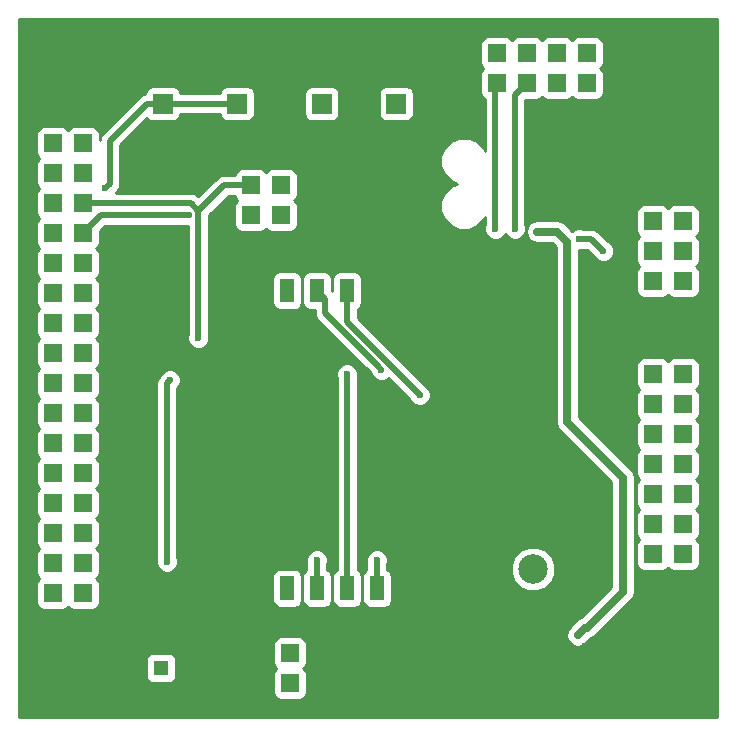
<source format=gbr>
G04 #@! TF.FileFunction,Copper,L1,Top,Signal*
%FSLAX46Y46*%
G04 Gerber Fmt 4.6, Leading zero omitted, Abs format (unit mm)*
G04 Created by KiCad (PCBNEW 4.0.1-3.201512221401+6198~38~ubuntu15.10.1-stable) date Út 19. leden 2016, 20:27:27 CET*
%MOMM*%
G01*
G04 APERTURE LIST*
%ADD10C,0.300000*%
%ADD11R,1.524000X1.524000*%
%ADD12C,2.500000*%
%ADD13C,2.700000*%
%ADD14C,6.000000*%
%ADD15R,1.676400X1.676400*%
%ADD16C,1.300000*%
%ADD17R,1.300000X1.300000*%
%ADD18C,0.600000*%
%ADD19C,0.500000*%
%ADD20C,0.700000*%
%ADD21C,0.254000*%
G04 APERTURE END LIST*
D10*
D11*
X6350000Y36830000D03*
X3810000Y36830000D03*
X6350000Y39370000D03*
X3810000Y39370000D03*
X6350000Y13970000D03*
X3810000Y13970000D03*
X6350000Y16510000D03*
X3810000Y16510000D03*
X6350000Y19050000D03*
X3810000Y19050000D03*
X6350000Y21590000D03*
X3810000Y21590000D03*
X6350000Y24130000D03*
X3810000Y24130000D03*
X6350000Y26670000D03*
X3810000Y26670000D03*
X6350000Y29210000D03*
X3810000Y29210000D03*
X6350000Y31750000D03*
X3810000Y31750000D03*
X6350000Y34290000D03*
X3810000Y34290000D03*
X23114000Y48514000D03*
X20574000Y48514000D03*
D12*
X44450000Y13462000D03*
D13*
X46990000Y10922000D03*
X41910000Y10922000D03*
X41910000Y16002000D03*
X46990000Y16002000D03*
D11*
X6350000Y11430000D03*
X3810000Y11430000D03*
X6350000Y41910000D03*
X3810000Y41910000D03*
X6350000Y44450000D03*
X3810000Y44450000D03*
X6350000Y46990000D03*
X3810000Y46990000D03*
X6350000Y49530000D03*
X3810000Y49530000D03*
X57150000Y24892000D03*
X54610000Y24892000D03*
X57150000Y27432000D03*
X54610000Y27432000D03*
X57150000Y29972000D03*
X54610000Y29972000D03*
X49022000Y57150000D03*
X49022000Y54610000D03*
X46482000Y57150000D03*
X46482000Y54610000D03*
X43942000Y57150000D03*
X43942000Y54610000D03*
X41402000Y57150000D03*
X41402000Y54610000D03*
X57150000Y14732000D03*
X54610000Y14732000D03*
X57150000Y17272000D03*
X54610000Y17272000D03*
X57150000Y19812000D03*
X54610000Y19812000D03*
X57150000Y22352000D03*
X54610000Y22352000D03*
X57150000Y40386000D03*
X54610000Y40386000D03*
X57150000Y37846000D03*
X54610000Y37846000D03*
X57150000Y42926000D03*
X54610000Y42926000D03*
X57150000Y45466000D03*
X54610000Y45466000D03*
X57150000Y35306000D03*
X54610000Y35306000D03*
D10*
G36*
X31854700Y10834800D02*
X30654700Y10834800D01*
X30654700Y12834800D01*
X31854700Y12834800D01*
X31854700Y10834800D01*
X31854700Y10834800D01*
G37*
G36*
X26774700Y10834800D02*
X25574700Y10834800D01*
X25574700Y12834800D01*
X26774700Y12834800D01*
X26774700Y10834800D01*
X26774700Y10834800D01*
G37*
G36*
X29314700Y10834800D02*
X28114700Y10834800D01*
X28114700Y12834800D01*
X29314700Y12834800D01*
X29314700Y10834800D01*
X29314700Y10834800D01*
G37*
G36*
X24234700Y10834800D02*
X23034700Y10834800D01*
X23034700Y12834800D01*
X24234700Y12834800D01*
X24234700Y10834800D01*
X24234700Y10834800D01*
G37*
G36*
X31854700Y36034800D02*
X30654700Y36034800D01*
X30654700Y38034800D01*
X31854700Y38034800D01*
X31854700Y36034800D01*
X31854700Y36034800D01*
G37*
G36*
X29314700Y36034800D02*
X28114700Y36034800D01*
X28114700Y38034800D01*
X29314700Y38034800D01*
X29314700Y36034800D01*
X29314700Y36034800D01*
G37*
G36*
X26774700Y36034800D02*
X25574700Y36034800D01*
X25574700Y38034800D01*
X26774700Y38034800D01*
X26774700Y36034800D01*
X26774700Y36034800D01*
G37*
G36*
X24234700Y36034800D02*
X23034700Y36034800D01*
X23034700Y38034800D01*
X24234700Y38034800D01*
X24234700Y36034800D01*
X24234700Y36034800D01*
G37*
D11*
X23114000Y43434000D03*
X20574000Y43434000D03*
X23114000Y45974000D03*
X20574000Y45974000D03*
X21336000Y3810000D03*
X21336000Y6350000D03*
X23876000Y3810000D03*
X23876000Y6350000D03*
X26416000Y3810000D03*
X26416000Y6350000D03*
D14*
X5080000Y55880000D03*
X55880000Y5080000D03*
X55880000Y55880000D03*
X5080000Y5080000D03*
D15*
X32868000Y57368000D03*
X32868000Y52868000D03*
X26568000Y57368000D03*
X26568000Y52868000D03*
X19406000Y57368000D03*
X19406000Y52868000D03*
X13106000Y57368000D03*
X13106000Y52868000D03*
D16*
X16454000Y5080000D03*
D17*
X12954000Y5080000D03*
D18*
X39243000Y56642000D03*
X39243000Y54229000D03*
X39878000Y52070000D03*
X39878000Y50292000D03*
X38354000Y50292000D03*
X36830000Y50292000D03*
X35179000Y49530000D03*
X53340000Y32131000D03*
X52070000Y31496000D03*
X50038000Y31496000D03*
X48641000Y31496000D03*
X48641000Y32639000D03*
X48641000Y33782000D03*
X48641000Y34925000D03*
X16891000Y51689000D03*
X17018000Y50292000D03*
X17018000Y48641000D03*
X17018000Y47117000D03*
X1524000Y53086000D03*
X1397000Y54991000D03*
X1397000Y56642000D03*
X1524000Y58293000D03*
X1651000Y59563000D03*
X3302000Y59563000D03*
X5207000Y59563000D03*
X6985000Y59563000D03*
X9144000Y59436000D03*
X11049000Y59436000D03*
X12700000Y59436000D03*
X14478000Y59436000D03*
X16383000Y59436000D03*
X18288000Y59436000D03*
X20066000Y59436000D03*
X21844000Y59309000D03*
X23241000Y59309000D03*
X24765000Y59309000D03*
X26289000Y59309000D03*
X27940000Y59309000D03*
X29845000Y59309000D03*
X32385000Y59309000D03*
X35052000Y59309000D03*
X37973000Y59309000D03*
X40386000Y59309000D03*
X42291000Y59309000D03*
X48768000Y59690000D03*
X51054000Y59690000D03*
X53340000Y59563000D03*
X55372000Y59563000D03*
X57150000Y59563000D03*
X59563000Y57912000D03*
X59309000Y53086000D03*
X59309000Y51054000D03*
X59309000Y49149000D03*
X59309000Y47244000D03*
X59309000Y45212000D03*
X59309000Y43180000D03*
X59182000Y37846000D03*
X59182000Y35306000D03*
X59182000Y32131000D03*
X59436000Y29972000D03*
X59436000Y27432000D03*
X59436000Y25019000D03*
X59436000Y22225000D03*
X59436000Y19812000D03*
X54229000Y12827000D03*
X57404000Y12827000D03*
X59563000Y12827000D03*
X59563000Y11049000D03*
X59563000Y8890000D03*
X59563000Y7239000D03*
X59563000Y5588000D03*
X59563000Y3302000D03*
X59309000Y1524000D03*
X56642000Y1397000D03*
X54864000Y1397000D03*
X53340000Y1397000D03*
X51943000Y1397000D03*
X50673000Y1397000D03*
X18034000Y1270000D03*
X16510000Y1270000D03*
X14224000Y1524000D03*
X10414000Y1397000D03*
X8509000Y1397000D03*
X6477000Y1397000D03*
X4064000Y1397000D03*
X1778000Y1778000D03*
X1651000Y7747000D03*
X1651000Y9525000D03*
X1651000Y11430000D03*
X1651000Y13970000D03*
X1651000Y16637000D03*
X1651000Y19050000D03*
X1651000Y21590000D03*
X1651000Y24130000D03*
X1651000Y26670000D03*
X1651000Y29210000D03*
X1651000Y31750000D03*
X1651000Y34290000D03*
X1651000Y36830000D03*
X1651000Y39370000D03*
X1651000Y41910000D03*
X1651000Y44450000D03*
X1651000Y46990000D03*
X1651000Y49530000D03*
X1651000Y51562000D03*
X3683000Y51562000D03*
X5080000Y51562000D03*
X6350000Y51562000D03*
X8001000Y51562000D03*
X11176000Y9652000D03*
X8636000Y9779000D03*
X15113000Y11684000D03*
X27432000Y23368000D03*
X27432000Y25146000D03*
X29845000Y16383000D03*
X29845000Y18796000D03*
X29845000Y20701000D03*
X29845000Y22479000D03*
X29845000Y24892000D03*
X32131000Y27940000D03*
X30099000Y27940000D03*
X35179000Y17018000D03*
X34798000Y18669000D03*
X34798000Y20066000D03*
X34798000Y21717000D03*
X34798000Y23114000D03*
X34798000Y24511000D03*
X34798000Y26416000D03*
X33782000Y25273000D03*
X32512000Y24130000D03*
X32512000Y22098000D03*
X32512000Y20701000D03*
X32512000Y18923000D03*
X32512000Y17653000D03*
X32512000Y16002000D03*
X32512000Y14224000D03*
X34925000Y14224000D03*
X34925000Y16002000D03*
X58039000Y32893000D03*
X56515000Y32893000D03*
X54483000Y32766000D03*
X44450000Y27940000D03*
X44831000Y34798000D03*
X44831000Y33528000D03*
X44831000Y32258000D03*
X44831000Y30861000D03*
X51054000Y53467000D03*
X50673000Y51308000D03*
X50673000Y49403000D03*
X50165000Y47625000D03*
X50165000Y45847000D03*
X52070000Y45847000D03*
X19431000Y3302000D03*
X19685000Y5207000D03*
X19304000Y7366000D03*
X27813000Y6604000D03*
X28575000Y5588000D03*
X28575000Y3683000D03*
X29591000Y1397000D03*
X34036000Y1397000D03*
X35814000Y1397000D03*
X37719000Y1397000D03*
X48895000Y6985000D03*
X49784000Y6350000D03*
X49784000Y5080000D03*
X49784000Y3937000D03*
X49784000Y2794000D03*
X41402000Y2286000D03*
X44323000Y2286000D03*
X47117000Y2540000D03*
X25146000Y48895000D03*
X24765000Y50038000D03*
X25273000Y51054000D03*
X26797000Y51054000D03*
X28321000Y51054000D03*
X28321000Y48895000D03*
X27178000Y47879000D03*
X25527000Y47879000D03*
X34290000Y42037000D03*
X35052000Y42672000D03*
X36576000Y42545000D03*
X37846000Y41910000D03*
X39243000Y41910000D03*
X38227000Y41021000D03*
X37084000Y39751000D03*
X35560000Y39497000D03*
X35052000Y38481000D03*
X34925000Y36957000D03*
X34925000Y35560000D03*
X34925000Y34290000D03*
X34925000Y32639000D03*
X32131000Y32512000D03*
X29972000Y34925000D03*
X31496000Y34925000D03*
X32258000Y36195000D03*
X32385000Y37338000D03*
X32385000Y38989000D03*
X30353000Y39116000D03*
X28575000Y38989000D03*
X26670000Y38989000D03*
X24892000Y38989000D03*
X23114000Y39116000D03*
X23241000Y40386000D03*
X23241000Y41656000D03*
X25019000Y41656000D03*
X27051000Y41656000D03*
X28702000Y41783000D03*
X30099000Y41783000D03*
X31623000Y41783000D03*
X19558000Y11430000D03*
X19558000Y10287000D03*
X20701000Y10287000D03*
X22098000Y10287000D03*
X22098000Y11430000D03*
X21844000Y12954000D03*
X22225000Y13716000D03*
X23241000Y13843000D03*
X24892000Y14986000D03*
X25019000Y16383000D03*
X25019000Y17653000D03*
X25019000Y18923000D03*
X25019000Y20574000D03*
X25019000Y22098000D03*
X25019000Y23368000D03*
X25019000Y24638000D03*
X25019000Y25781000D03*
X25146000Y27432000D03*
X26416000Y27940000D03*
X27559000Y29083000D03*
X27559000Y30607000D03*
X28702000Y31623000D03*
X28067000Y32258000D03*
X27178000Y33147000D03*
X26289000Y34036000D03*
X25654000Y35052000D03*
X24257000Y35052000D03*
X22987000Y35052000D03*
X22987000Y33655000D03*
X21844000Y32512000D03*
X20828000Y31496000D03*
X19939000Y30353000D03*
X19939000Y28702000D03*
X19939000Y27178000D03*
X19939000Y25908000D03*
X19939000Y24638000D03*
X19939000Y23241000D03*
X19939000Y21971000D03*
X19939000Y20701000D03*
X11938000Y17780000D03*
X11811000Y17018000D03*
X10414000Y17018000D03*
X16510000Y17399000D03*
X14859000Y17399000D03*
X14864715Y19392000D03*
X16423011Y19392000D03*
X19939000Y19812000D03*
X19558000Y18669000D03*
X19558000Y17653000D03*
X19812000Y16637000D03*
X19812000Y15240000D03*
X19812000Y12573000D03*
X19812000Y13970000D03*
X15875000Y14859000D03*
X14732000Y14097000D03*
X24511000Y10033000D03*
X25527000Y10033000D03*
X27178000Y10033000D03*
X28448000Y9906000D03*
X29337000Y9525000D03*
X31115000Y9525000D03*
X32766000Y9525000D03*
X32766000Y7366000D03*
X33401000Y6731000D03*
X34290000Y5842000D03*
X34925000Y6604000D03*
X34925000Y7747000D03*
X34925000Y9017000D03*
X34925000Y10541000D03*
X34925000Y12827000D03*
X38735000Y11430000D03*
X40005000Y11303000D03*
X44450000Y10922000D03*
X46990000Y13462000D03*
X44450000Y15875000D03*
X44450000Y17145000D03*
X40259000Y17145000D03*
X39116000Y17145000D03*
X38227000Y16637000D03*
X39243000Y15875000D03*
X40132000Y14986000D03*
X33274000Y41402000D03*
X19431000Y39619042D03*
X19177000Y40767000D03*
X19431000Y38481000D03*
X18542000Y42164000D03*
X17272000Y42164000D03*
X17272000Y41021000D03*
X17272000Y39878000D03*
X17272000Y38862000D03*
X11557000Y38100000D03*
X10668000Y38100000D03*
X9779000Y40767000D03*
X10414000Y41402000D03*
X11557000Y40767000D03*
X12954000Y40894000D03*
X44831000Y42037000D03*
X48260000Y7874000D03*
X8255000Y45720000D03*
X26162000Y14224000D03*
X28702000Y29972000D03*
X31623000Y30353000D03*
X34863965Y28192000D03*
X31242000Y14224000D03*
X15367000Y43434000D03*
X16129000Y33020000D03*
X42926000Y42291000D03*
X41275000Y42291000D03*
X50419000Y40386000D03*
X48387000Y41402000D03*
X13716000Y29464000D03*
X13462000Y14097000D03*
D19*
X39878000Y52070000D02*
X39878000Y53594000D01*
X39878000Y53594000D02*
X39243000Y54229000D01*
X38354000Y50292000D02*
X39878000Y50292000D01*
X35179000Y49530000D02*
X36068000Y49530000D01*
X36068000Y49530000D02*
X36830000Y50292000D01*
X52070000Y31496000D02*
X52705000Y31496000D01*
X52705000Y31496000D02*
X53340000Y32131000D01*
X48641000Y31496000D02*
X50038000Y31496000D01*
X48641000Y33782000D02*
X48641000Y32639000D01*
X54483000Y32766000D02*
X50800000Y32766000D01*
X50800000Y32766000D02*
X48641000Y34925000D01*
X17018000Y48641000D02*
X17018000Y50292000D01*
X20574000Y48514000D02*
X18415000Y48514000D01*
X18415000Y48514000D02*
X17018000Y47117000D01*
X1397000Y56642000D02*
X1397000Y54991000D01*
X1651000Y59563000D02*
X1651000Y58420000D01*
X1651000Y58420000D02*
X1524000Y58293000D01*
X5207000Y59563000D02*
X3302000Y59563000D01*
X9144000Y59436000D02*
X7112000Y59436000D01*
X7112000Y59436000D02*
X6985000Y59563000D01*
X12700000Y59436000D02*
X11049000Y59436000D01*
X16383000Y59436000D02*
X14478000Y59436000D01*
X20066000Y59436000D02*
X18288000Y59436000D01*
X23241000Y59309000D02*
X21844000Y59309000D01*
X26289000Y59309000D02*
X24765000Y59309000D01*
X29845000Y59309000D02*
X27940000Y59309000D01*
X35052000Y59309000D02*
X32385000Y59309000D01*
X40386000Y59309000D02*
X37973000Y59309000D01*
X48768000Y59690000D02*
X42672000Y59690000D01*
X42672000Y59690000D02*
X42291000Y59309000D01*
X53340000Y59563000D02*
X51181000Y59563000D01*
X51181000Y59563000D02*
X51054000Y59690000D01*
X57150000Y59563000D02*
X55372000Y59563000D01*
X59309000Y53086000D02*
X59309000Y57658000D01*
X59309000Y57658000D02*
X59563000Y57912000D01*
X59309000Y49149000D02*
X59309000Y51054000D01*
X59309000Y45212000D02*
X59309000Y47244000D01*
X59182000Y37846000D02*
X59182000Y43053000D01*
X59182000Y43053000D02*
X59309000Y43180000D01*
X59182000Y35306000D02*
X59182000Y37846000D01*
X59436000Y29972000D02*
X59436000Y31877000D01*
X59436000Y31877000D02*
X59182000Y32131000D01*
X59436000Y25019000D02*
X59436000Y27432000D01*
X59436000Y19812000D02*
X59436000Y22225000D01*
X57404000Y12827000D02*
X54229000Y12827000D01*
X59563000Y11049000D02*
X59563000Y12827000D01*
X59563000Y7239000D02*
X59563000Y8890000D01*
X59563000Y3302000D02*
X59563000Y5588000D01*
X56642000Y1397000D02*
X59182000Y1397000D01*
X59182000Y1397000D02*
X59309000Y1524000D01*
X53340000Y1397000D02*
X54864000Y1397000D01*
X50673000Y1397000D02*
X51943000Y1397000D01*
X16510000Y1270000D02*
X18034000Y1270000D01*
X10414000Y1397000D02*
X14097000Y1397000D01*
X14097000Y1397000D02*
X14224000Y1524000D01*
X6477000Y1397000D02*
X8509000Y1397000D01*
X1778000Y1778000D02*
X3683000Y1778000D01*
X3683000Y1778000D02*
X4064000Y1397000D01*
X1651000Y9525000D02*
X1651000Y7747000D01*
X1651000Y13970000D02*
X1651000Y11430000D01*
X1651000Y19050000D02*
X1651000Y16637000D01*
X1651000Y24130000D02*
X1651000Y21590000D01*
X1651000Y29210000D02*
X1651000Y26670000D01*
X1651000Y34290000D02*
X1651000Y31750000D01*
X1651000Y39370000D02*
X1651000Y36830000D01*
X1651000Y44450000D02*
X1651000Y41910000D01*
X1651000Y49530000D02*
X1651000Y46990000D01*
X3683000Y51562000D02*
X1651000Y51562000D01*
X6350000Y51562000D02*
X5080000Y51562000D01*
X5080000Y55880000D02*
X8079999Y52880001D01*
X8079999Y52880001D02*
X8079999Y51640999D01*
X8079999Y51640999D02*
X8001000Y51562000D01*
X5080000Y5080000D02*
X8636000Y8636000D01*
X8636000Y8636000D02*
X8636000Y9779000D01*
X27432000Y25146000D02*
X27432000Y23368000D01*
X29845000Y18796000D02*
X29845000Y16383000D01*
X29845000Y22479000D02*
X29845000Y20701000D01*
X32131000Y27940000D02*
X32131000Y27178000D01*
X32131000Y27178000D02*
X29845000Y24892000D01*
X28702000Y31623000D02*
X30099000Y30226000D01*
X30099000Y30226000D02*
X30099000Y27940000D01*
X34798000Y20066000D02*
X34798000Y18669000D01*
X34798000Y23114000D02*
X34798000Y21717000D01*
X34798000Y26416000D02*
X34798000Y24511000D01*
X32512000Y24130000D02*
X32639000Y24130000D01*
X32639000Y24130000D02*
X33782000Y25273000D01*
X32512000Y20701000D02*
X32512000Y22098000D01*
X32512000Y17653000D02*
X32512000Y18923000D01*
X32512000Y14224000D02*
X32512000Y16002000D01*
X34925000Y16002000D02*
X34925000Y14224000D01*
X56515000Y32893000D02*
X58039000Y32893000D01*
X54610000Y35306000D02*
X54610000Y32893000D01*
X54610000Y32893000D02*
X54483000Y32766000D01*
X44831000Y33528000D02*
X44831000Y34798000D01*
X44831000Y30861000D02*
X44831000Y32258000D01*
X50673000Y51308000D02*
X50673000Y53086000D01*
X50673000Y53086000D02*
X51054000Y53467000D01*
X50165000Y47625000D02*
X50165000Y48895000D01*
X50165000Y48895000D02*
X50673000Y49403000D01*
X52070000Y45847000D02*
X50165000Y45847000D01*
X19685000Y5207000D02*
X19685000Y3556000D01*
X19685000Y3556000D02*
X19431000Y3302000D01*
X21336000Y6350000D02*
X20320000Y6350000D01*
X20320000Y6350000D02*
X19304000Y7366000D01*
X28575000Y3683000D02*
X28575000Y5588000D01*
X34036000Y1397000D02*
X29591000Y1397000D01*
X37719000Y1397000D02*
X35814000Y1397000D01*
X49784000Y6350000D02*
X49530000Y6350000D01*
X49530000Y6350000D02*
X48895000Y6985000D01*
X49784000Y3937000D02*
X49784000Y5080000D01*
X47117000Y2540000D02*
X49530000Y2540000D01*
X49530000Y2540000D02*
X49784000Y2794000D01*
X47117000Y2540000D02*
X44577000Y2540000D01*
X44577000Y2540000D02*
X44323000Y2286000D01*
X25273000Y51054000D02*
X25146000Y51054000D01*
X25146000Y51054000D02*
X24765000Y50038000D01*
X28321000Y51054000D02*
X26797000Y51054000D01*
X27178000Y47879000D02*
X27305000Y47879000D01*
X27305000Y47879000D02*
X28321000Y48895000D01*
X23114000Y48514000D02*
X24892000Y48514000D01*
X24892000Y48514000D02*
X25527000Y47879000D01*
X36576000Y42545000D02*
X35179000Y42545000D01*
X35179000Y42545000D02*
X35052000Y42672000D01*
X39243000Y41910000D02*
X37846000Y41910000D01*
X37084000Y39751000D02*
X37084000Y39878000D01*
X37084000Y39878000D02*
X38227000Y41021000D01*
X35052000Y38481000D02*
X35052000Y38989000D01*
X35052000Y38989000D02*
X35560000Y39497000D01*
X34925000Y35560000D02*
X34925000Y36957000D01*
X34925000Y32639000D02*
X34925000Y34290000D01*
X29972000Y34925000D02*
X29972000Y34671000D01*
X29972000Y34671000D02*
X32131000Y32512000D01*
X32258000Y36195000D02*
X32258000Y35687000D01*
X32258000Y35687000D02*
X31496000Y34925000D01*
X32385000Y38989000D02*
X32385000Y37338000D01*
X28575000Y38989000D02*
X30226000Y38989000D01*
X30226000Y38989000D02*
X30353000Y39116000D01*
X24892000Y38989000D02*
X26670000Y38989000D01*
X23241000Y40386000D02*
X23241000Y39243000D01*
X23241000Y39243000D02*
X23114000Y39116000D01*
X25019000Y41656000D02*
X23241000Y41656000D01*
X28702000Y41783000D02*
X27178000Y41783000D01*
X27178000Y41783000D02*
X27051000Y41656000D01*
X31623000Y41783000D02*
X30099000Y41783000D01*
X19558000Y10287000D02*
X19558000Y11430000D01*
X22098000Y10287000D02*
X20701000Y10287000D01*
X21844000Y12954000D02*
X21844000Y11684000D01*
X21844000Y11684000D02*
X22098000Y11430000D01*
X23241000Y13843000D02*
X22352000Y13843000D01*
X22352000Y13843000D02*
X22225000Y13716000D01*
X25019000Y16383000D02*
X25019000Y15113000D01*
X25019000Y15113000D02*
X24892000Y14986000D01*
X25019000Y18923000D02*
X25019000Y17653000D01*
X25019000Y22098000D02*
X25019000Y20574000D01*
X25019000Y24638000D02*
X25019000Y23368000D01*
X25146000Y27432000D02*
X25146000Y25908000D01*
X25146000Y25908000D02*
X25019000Y25781000D01*
X27559000Y29083000D02*
X26416000Y27940000D01*
X28702000Y31623000D02*
X28575000Y31623000D01*
X28575000Y31623000D02*
X27559000Y30607000D01*
X27178000Y33147000D02*
X28067000Y32258000D01*
X25654000Y35052000D02*
X25654000Y34671000D01*
X25654000Y34671000D02*
X26289000Y34036000D01*
X22987000Y35052000D02*
X24257000Y35052000D01*
X21844000Y32512000D02*
X22987000Y33655000D01*
X19939000Y30353000D02*
X19939000Y30607000D01*
X19939000Y30607000D02*
X20828000Y31496000D01*
X19939000Y27178000D02*
X19939000Y28702000D01*
X19939000Y24638000D02*
X19939000Y25908000D01*
X19939000Y21971000D02*
X19939000Y23241000D01*
X19939000Y19812000D02*
X19939000Y20701000D01*
X10414000Y17018000D02*
X11811000Y17018000D01*
X14859000Y17399000D02*
X16510000Y17399000D01*
X16423011Y19392000D02*
X14864715Y19392000D01*
X19558000Y18669000D02*
X19558000Y19431000D01*
X19558000Y19431000D02*
X19939000Y19812000D01*
X19812000Y16637000D02*
X19812000Y17399000D01*
X19812000Y17399000D02*
X19558000Y17653000D01*
X19812000Y13970000D02*
X19812000Y15240000D01*
X14732000Y14097000D02*
X15113000Y14097000D01*
X15113000Y14097000D02*
X15875000Y14859000D01*
X27178000Y10033000D02*
X25527000Y10033000D01*
X29337000Y9525000D02*
X28829000Y9525000D01*
X28829000Y9525000D02*
X28448000Y9906000D01*
X32766000Y9525000D02*
X31115000Y9525000D01*
X33401000Y6731000D02*
X32766000Y7366000D01*
X34925000Y6604000D02*
X34925000Y6477000D01*
X34925000Y6477000D02*
X34290000Y5842000D01*
X34925000Y9017000D02*
X34925000Y7747000D01*
X34925000Y12827000D02*
X34925000Y10541000D01*
X41910000Y10922000D02*
X40386000Y10922000D01*
X40386000Y10922000D02*
X40005000Y11303000D01*
X44450000Y10922000D02*
X41910000Y10922000D01*
X46990000Y13462000D02*
X46990000Y10922000D01*
X44450000Y17145000D02*
X44450000Y15875000D01*
X39116000Y17145000D02*
X40259000Y17145000D01*
X39243000Y15875000D02*
X38989000Y15875000D01*
X38989000Y15875000D02*
X38227000Y16637000D01*
X41910000Y16002000D02*
X41148000Y16002000D01*
X41148000Y16002000D02*
X40132000Y14986000D01*
X19431000Y38481000D02*
X19431000Y39619042D01*
X17272000Y41021000D02*
X17272000Y42164000D01*
X17272000Y38862000D02*
X17272000Y39878000D01*
X10668000Y38100000D02*
X11557000Y38100000D01*
X10414000Y41402000D02*
X9779000Y39624000D01*
X9779000Y39624000D02*
X9779000Y40767000D01*
X12954000Y40894000D02*
X12954000Y41021000D01*
X12954000Y41021000D02*
X11557000Y40767000D01*
D20*
X47371000Y41148000D02*
X46482000Y42037000D01*
X46482000Y42037000D02*
X44831000Y42037000D01*
X47371000Y25908000D02*
X47371000Y41148000D01*
X52070000Y21209000D02*
X47371000Y25908000D01*
X52070000Y11557000D02*
X52070000Y21209000D01*
X49017001Y8504001D02*
X52070000Y11557000D01*
X48260000Y7874000D02*
X48890001Y8504001D01*
X48890001Y8504001D02*
X49017001Y8504001D01*
D19*
X13106000Y52868000D02*
X11767800Y52868000D01*
X11767800Y52868000D02*
X8636000Y49736200D01*
X8636000Y49736200D02*
X8636000Y46101000D01*
X8636000Y46101000D02*
X8255000Y45720000D01*
X13106000Y52868000D02*
X14444200Y52868000D01*
X14444200Y52868000D02*
X19406000Y52868000D01*
X26162000Y14224000D02*
X26162000Y11847500D01*
X26162000Y11847500D02*
X26174700Y11834800D01*
X28714700Y11834800D02*
X28714700Y29959300D01*
X28714700Y29959300D02*
X28702000Y29972000D01*
X28829000Y11949100D02*
X28714700Y11834800D01*
X26174700Y37034800D02*
X26845410Y36364090D01*
X26845410Y36364090D02*
X26845410Y35130590D01*
X26845410Y35130590D02*
X31323001Y30652999D01*
X31323001Y30652999D02*
X31623000Y30353000D01*
X28714700Y37034800D02*
X28714700Y34341265D01*
X28714700Y34341265D02*
X34863965Y28192000D01*
X31242000Y14224000D02*
X31242000Y11847500D01*
X31242000Y11847500D02*
X31254700Y11834800D01*
X15367000Y43434000D02*
X7874000Y43434000D01*
X7874000Y43434000D02*
X6350000Y41910000D01*
X6350000Y44450000D02*
X15461002Y44450000D01*
X15461002Y44450000D02*
X16129000Y43782002D01*
X16129000Y33020000D02*
X16129000Y43782002D01*
X16129000Y43782002D02*
X18320998Y45974000D01*
X18320998Y45974000D02*
X19312000Y45974000D01*
X19312000Y45974000D02*
X20574000Y45974000D01*
X42926000Y42291000D02*
X42926000Y53594000D01*
X42926000Y53594000D02*
X43942000Y54610000D01*
X41275000Y42291000D02*
X41275000Y54483000D01*
X41275000Y54483000D02*
X41402000Y54610000D01*
X48387000Y41402000D02*
X49403000Y41402000D01*
X49403000Y41402000D02*
X50419000Y40386000D01*
X13462000Y14097000D02*
X13462000Y29210000D01*
X13462000Y29210000D02*
X13716000Y29464000D01*
D21*
G36*
X60021000Y939000D02*
X939000Y939000D01*
X939000Y5730000D01*
X11656560Y5730000D01*
X11656560Y4430000D01*
X11700838Y4194683D01*
X11839910Y3978559D01*
X12052110Y3833569D01*
X12304000Y3782560D01*
X13604000Y3782560D01*
X13839317Y3826838D01*
X14055441Y3965910D01*
X14200431Y4178110D01*
X14251440Y4430000D01*
X14251440Y5730000D01*
X14207162Y5965317D01*
X14068090Y6181441D01*
X13855890Y6326431D01*
X13604000Y6377440D01*
X12304000Y6377440D01*
X12068683Y6333162D01*
X11852559Y6194090D01*
X11707569Y5981890D01*
X11656560Y5730000D01*
X939000Y5730000D01*
X939000Y7112000D01*
X22466560Y7112000D01*
X22466560Y5588000D01*
X22510838Y5352683D01*
X22649910Y5136559D01*
X22731770Y5080626D01*
X22662559Y5036090D01*
X22517569Y4823890D01*
X22466560Y4572000D01*
X22466560Y3048000D01*
X22510838Y2812683D01*
X22649910Y2596559D01*
X22862110Y2451569D01*
X23114000Y2400560D01*
X24638000Y2400560D01*
X24873317Y2444838D01*
X25089441Y2583910D01*
X25234431Y2796110D01*
X25285440Y3048000D01*
X25285440Y4572000D01*
X25241162Y4807317D01*
X25102090Y5023441D01*
X25020230Y5079374D01*
X25089441Y5123910D01*
X25234431Y5336110D01*
X25285440Y5588000D01*
X25285440Y7112000D01*
X25241162Y7347317D01*
X25102090Y7563441D01*
X24889890Y7708431D01*
X24638000Y7759440D01*
X23114000Y7759440D01*
X22878683Y7715162D01*
X22662559Y7576090D01*
X22517569Y7363890D01*
X22466560Y7112000D01*
X939000Y7112000D01*
X939000Y50292000D01*
X2400560Y50292000D01*
X2400560Y48768000D01*
X2444838Y48532683D01*
X2583910Y48316559D01*
X2665770Y48260626D01*
X2596559Y48216090D01*
X2451569Y48003890D01*
X2400560Y47752000D01*
X2400560Y46228000D01*
X2444838Y45992683D01*
X2583910Y45776559D01*
X2665770Y45720626D01*
X2596559Y45676090D01*
X2451569Y45463890D01*
X2400560Y45212000D01*
X2400560Y43688000D01*
X2444838Y43452683D01*
X2583910Y43236559D01*
X2665770Y43180626D01*
X2596559Y43136090D01*
X2451569Y42923890D01*
X2400560Y42672000D01*
X2400560Y41148000D01*
X2444838Y40912683D01*
X2583910Y40696559D01*
X2665770Y40640626D01*
X2596559Y40596090D01*
X2451569Y40383890D01*
X2400560Y40132000D01*
X2400560Y38608000D01*
X2444838Y38372683D01*
X2583910Y38156559D01*
X2665770Y38100626D01*
X2596559Y38056090D01*
X2451569Y37843890D01*
X2400560Y37592000D01*
X2400560Y36068000D01*
X2444838Y35832683D01*
X2583910Y35616559D01*
X2665770Y35560626D01*
X2596559Y35516090D01*
X2451569Y35303890D01*
X2400560Y35052000D01*
X2400560Y33528000D01*
X2444838Y33292683D01*
X2583910Y33076559D01*
X2665770Y33020626D01*
X2596559Y32976090D01*
X2451569Y32763890D01*
X2400560Y32512000D01*
X2400560Y30988000D01*
X2444838Y30752683D01*
X2583910Y30536559D01*
X2665770Y30480626D01*
X2596559Y30436090D01*
X2451569Y30223890D01*
X2400560Y29972000D01*
X2400560Y28448000D01*
X2444838Y28212683D01*
X2583910Y27996559D01*
X2665770Y27940626D01*
X2596559Y27896090D01*
X2451569Y27683890D01*
X2400560Y27432000D01*
X2400560Y25908000D01*
X2444838Y25672683D01*
X2583910Y25456559D01*
X2665770Y25400626D01*
X2596559Y25356090D01*
X2451569Y25143890D01*
X2400560Y24892000D01*
X2400560Y23368000D01*
X2444838Y23132683D01*
X2583910Y22916559D01*
X2665770Y22860626D01*
X2596559Y22816090D01*
X2451569Y22603890D01*
X2400560Y22352000D01*
X2400560Y20828000D01*
X2444838Y20592683D01*
X2583910Y20376559D01*
X2665770Y20320626D01*
X2596559Y20276090D01*
X2451569Y20063890D01*
X2400560Y19812000D01*
X2400560Y18288000D01*
X2444838Y18052683D01*
X2583910Y17836559D01*
X2665770Y17780626D01*
X2596559Y17736090D01*
X2451569Y17523890D01*
X2400560Y17272000D01*
X2400560Y15748000D01*
X2444838Y15512683D01*
X2583910Y15296559D01*
X2665770Y15240626D01*
X2596559Y15196090D01*
X2451569Y14983890D01*
X2400560Y14732000D01*
X2400560Y13208000D01*
X2444838Y12972683D01*
X2583910Y12756559D01*
X2665770Y12700626D01*
X2596559Y12656090D01*
X2451569Y12443890D01*
X2400560Y12192000D01*
X2400560Y10668000D01*
X2444838Y10432683D01*
X2583910Y10216559D01*
X2796110Y10071569D01*
X3048000Y10020560D01*
X4572000Y10020560D01*
X4807317Y10064838D01*
X5023441Y10203910D01*
X5079374Y10285770D01*
X5123910Y10216559D01*
X5336110Y10071569D01*
X5588000Y10020560D01*
X7112000Y10020560D01*
X7347317Y10064838D01*
X7563441Y10203910D01*
X7708431Y10416110D01*
X7759440Y10668000D01*
X7759440Y12192000D01*
X7715162Y12427317D01*
X7576090Y12643441D01*
X7494230Y12699374D01*
X7563441Y12743910D01*
X7625543Y12834800D01*
X22387260Y12834800D01*
X22387260Y10834800D01*
X22431538Y10599483D01*
X22570610Y10383359D01*
X22782810Y10238369D01*
X23034700Y10187360D01*
X24234700Y10187360D01*
X24470017Y10231638D01*
X24686141Y10370710D01*
X24831131Y10582910D01*
X24882140Y10834800D01*
X24882140Y12834800D01*
X24927260Y12834800D01*
X24927260Y10834800D01*
X24971538Y10599483D01*
X25110610Y10383359D01*
X25322810Y10238369D01*
X25574700Y10187360D01*
X26774700Y10187360D01*
X27010017Y10231638D01*
X27226141Y10370710D01*
X27371131Y10582910D01*
X27422140Y10834800D01*
X27422140Y12834800D01*
X27467260Y12834800D01*
X27467260Y10834800D01*
X27511538Y10599483D01*
X27650610Y10383359D01*
X27862810Y10238369D01*
X28114700Y10187360D01*
X29314700Y10187360D01*
X29550017Y10231638D01*
X29766141Y10370710D01*
X29911131Y10582910D01*
X29962140Y10834800D01*
X29962140Y12834800D01*
X30007260Y12834800D01*
X30007260Y10834800D01*
X30051538Y10599483D01*
X30190610Y10383359D01*
X30402810Y10238369D01*
X30654700Y10187360D01*
X31854700Y10187360D01*
X32090017Y10231638D01*
X32306141Y10370710D01*
X32451131Y10582910D01*
X32502140Y10834800D01*
X32502140Y12834800D01*
X32457862Y13070117D01*
X32445908Y13088695D01*
X42564674Y13088695D01*
X42851043Y12395628D01*
X43380839Y11864907D01*
X44073405Y11577328D01*
X44823305Y11576674D01*
X45516372Y11863043D01*
X46047093Y12392839D01*
X46334672Y13085405D01*
X46335326Y13835305D01*
X46048957Y14528372D01*
X45519161Y15059093D01*
X44826595Y15346672D01*
X44076695Y15347326D01*
X43383628Y15060957D01*
X42852907Y14531161D01*
X42565328Y13838595D01*
X42564674Y13088695D01*
X32445908Y13088695D01*
X32318790Y13286241D01*
X32127000Y13417285D01*
X32127000Y13917178D01*
X32176838Y14037201D01*
X32177162Y14409167D01*
X32035117Y14752943D01*
X31772327Y15016192D01*
X31428799Y15158838D01*
X31056833Y15159162D01*
X30713057Y15017117D01*
X30449808Y14754327D01*
X30307162Y14410799D01*
X30306838Y14038833D01*
X30357000Y13917431D01*
X30357000Y13397820D01*
X30203259Y13298890D01*
X30058269Y13086690D01*
X30007260Y12834800D01*
X29962140Y12834800D01*
X29917862Y13070117D01*
X29778790Y13286241D01*
X29599700Y13408608D01*
X29599700Y29695763D01*
X29636838Y29785201D01*
X29637162Y30157167D01*
X29495117Y30500943D01*
X29232327Y30764192D01*
X28888799Y30906838D01*
X28516833Y30907162D01*
X28173057Y30765117D01*
X27909808Y30502327D01*
X27767162Y30158799D01*
X27766838Y29786833D01*
X27829700Y29634695D01*
X27829700Y13405992D01*
X27663259Y13298890D01*
X27518269Y13086690D01*
X27467260Y12834800D01*
X27422140Y12834800D01*
X27377862Y13070117D01*
X27238790Y13286241D01*
X27047000Y13417285D01*
X27047000Y13917178D01*
X27096838Y14037201D01*
X27097162Y14409167D01*
X26955117Y14752943D01*
X26692327Y15016192D01*
X26348799Y15158838D01*
X25976833Y15159162D01*
X25633057Y15017117D01*
X25369808Y14754327D01*
X25227162Y14410799D01*
X25226838Y14038833D01*
X25277000Y13917431D01*
X25277000Y13397820D01*
X25123259Y13298890D01*
X24978269Y13086690D01*
X24927260Y12834800D01*
X24882140Y12834800D01*
X24837862Y13070117D01*
X24698790Y13286241D01*
X24486590Y13431231D01*
X24234700Y13482240D01*
X23034700Y13482240D01*
X22799383Y13437962D01*
X22583259Y13298890D01*
X22438269Y13086690D01*
X22387260Y12834800D01*
X7625543Y12834800D01*
X7708431Y12956110D01*
X7759440Y13208000D01*
X7759440Y13911833D01*
X12526838Y13911833D01*
X12668883Y13568057D01*
X12931673Y13304808D01*
X13275201Y13162162D01*
X13647167Y13161838D01*
X13990943Y13303883D01*
X14254192Y13566673D01*
X14396838Y13910201D01*
X14397162Y14282167D01*
X14347000Y14403569D01*
X14347000Y28772762D01*
X14508192Y28933673D01*
X14650838Y29277201D01*
X14651162Y29649167D01*
X14509117Y29992943D01*
X14246327Y30256192D01*
X13902799Y30398838D01*
X13530833Y30399162D01*
X13187057Y30257117D01*
X12923808Y29994327D01*
X12873434Y29873014D01*
X12836210Y29835790D01*
X12644367Y29548675D01*
X12644367Y29548674D01*
X12576999Y29210000D01*
X12577000Y29209995D01*
X12577000Y14403822D01*
X12527162Y14283799D01*
X12526838Y13911833D01*
X7759440Y13911833D01*
X7759440Y14732000D01*
X7715162Y14967317D01*
X7576090Y15183441D01*
X7494230Y15239374D01*
X7563441Y15283910D01*
X7708431Y15496110D01*
X7759440Y15748000D01*
X7759440Y17272000D01*
X7715162Y17507317D01*
X7576090Y17723441D01*
X7494230Y17779374D01*
X7563441Y17823910D01*
X7708431Y18036110D01*
X7759440Y18288000D01*
X7759440Y19812000D01*
X7715162Y20047317D01*
X7576090Y20263441D01*
X7494230Y20319374D01*
X7563441Y20363910D01*
X7708431Y20576110D01*
X7759440Y20828000D01*
X7759440Y22352000D01*
X7715162Y22587317D01*
X7576090Y22803441D01*
X7494230Y22859374D01*
X7563441Y22903910D01*
X7708431Y23116110D01*
X7759440Y23368000D01*
X7759440Y24892000D01*
X7715162Y25127317D01*
X7576090Y25343441D01*
X7494230Y25399374D01*
X7563441Y25443910D01*
X7708431Y25656110D01*
X7759440Y25908000D01*
X7759440Y27432000D01*
X7715162Y27667317D01*
X7576090Y27883441D01*
X7494230Y27939374D01*
X7563441Y27983910D01*
X7708431Y28196110D01*
X7759440Y28448000D01*
X7759440Y29972000D01*
X7715162Y30207317D01*
X7576090Y30423441D01*
X7494230Y30479374D01*
X7563441Y30523910D01*
X7708431Y30736110D01*
X7759440Y30988000D01*
X7759440Y32512000D01*
X7715162Y32747317D01*
X7576090Y32963441D01*
X7494230Y33019374D01*
X7563441Y33063910D01*
X7708431Y33276110D01*
X7759440Y33528000D01*
X7759440Y35052000D01*
X7715162Y35287317D01*
X7576090Y35503441D01*
X7494230Y35559374D01*
X7563441Y35603910D01*
X7708431Y35816110D01*
X7759440Y36068000D01*
X7759440Y37592000D01*
X7715162Y37827317D01*
X7576090Y38043441D01*
X7494230Y38099374D01*
X7563441Y38143910D01*
X7708431Y38356110D01*
X7759440Y38608000D01*
X7759440Y40132000D01*
X7715162Y40367317D01*
X7576090Y40583441D01*
X7494230Y40639374D01*
X7563441Y40683910D01*
X7708431Y40896110D01*
X7759440Y41148000D01*
X7759440Y42067861D01*
X8240579Y42549000D01*
X15060178Y42549000D01*
X15180201Y42499162D01*
X15244000Y42499106D01*
X15244000Y33326822D01*
X15194162Y33206799D01*
X15193838Y32834833D01*
X15335883Y32491057D01*
X15598673Y32227808D01*
X15942201Y32085162D01*
X16314167Y32084838D01*
X16657943Y32226883D01*
X16921192Y32489673D01*
X17063838Y32833201D01*
X17064162Y33205167D01*
X17014000Y33326569D01*
X17014000Y38034800D01*
X22387260Y38034800D01*
X22387260Y36034800D01*
X22431538Y35799483D01*
X22570610Y35583359D01*
X22782810Y35438369D01*
X23034700Y35387360D01*
X24234700Y35387360D01*
X24470017Y35431638D01*
X24686141Y35570710D01*
X24831131Y35782910D01*
X24882140Y36034800D01*
X24882140Y38034800D01*
X24927260Y38034800D01*
X24927260Y36034800D01*
X24971538Y35799483D01*
X25110610Y35583359D01*
X25322810Y35438369D01*
X25574700Y35387360D01*
X25960410Y35387360D01*
X25960410Y35130595D01*
X25960409Y35130590D01*
X25992939Y34967055D01*
X26027777Y34791915D01*
X26102597Y34679939D01*
X26219620Y34504800D01*
X30697209Y30027212D01*
X30697211Y30027209D01*
X30780256Y29944165D01*
X30829883Y29824057D01*
X31092673Y29560808D01*
X31436201Y29418162D01*
X31808167Y29417838D01*
X32151943Y29559883D01*
X32198263Y29606122D01*
X34021220Y27783166D01*
X34070848Y27663057D01*
X34333638Y27399808D01*
X34677166Y27257162D01*
X35049132Y27256838D01*
X35392908Y27398883D01*
X35656157Y27661673D01*
X35798803Y28005201D01*
X35799127Y28377167D01*
X35657082Y28720943D01*
X35394292Y28984192D01*
X35272978Y29034566D01*
X29599700Y34707845D01*
X29599700Y35463608D01*
X29766141Y35570710D01*
X29911131Y35782910D01*
X29962140Y36034800D01*
X29962140Y38034800D01*
X29917862Y38270117D01*
X29778790Y38486241D01*
X29566590Y38631231D01*
X29314700Y38682240D01*
X28114700Y38682240D01*
X27879383Y38637962D01*
X27663259Y38498890D01*
X27518269Y38286690D01*
X27467260Y38034800D01*
X27467260Y36993819D01*
X27422140Y37038939D01*
X27422140Y38034800D01*
X27377862Y38270117D01*
X27238790Y38486241D01*
X27026590Y38631231D01*
X26774700Y38682240D01*
X25574700Y38682240D01*
X25339383Y38637962D01*
X25123259Y38498890D01*
X24978269Y38286690D01*
X24927260Y38034800D01*
X24882140Y38034800D01*
X24837862Y38270117D01*
X24698790Y38486241D01*
X24486590Y38631231D01*
X24234700Y38682240D01*
X23034700Y38682240D01*
X22799383Y38637962D01*
X22583259Y38498890D01*
X22438269Y38286690D01*
X22387260Y38034800D01*
X17014000Y38034800D01*
X17014000Y43415422D01*
X18687577Y45089000D01*
X19187704Y45089000D01*
X19208838Y44976683D01*
X19347910Y44760559D01*
X19429770Y44704626D01*
X19360559Y44660090D01*
X19215569Y44447890D01*
X19164560Y44196000D01*
X19164560Y42672000D01*
X19208838Y42436683D01*
X19347910Y42220559D01*
X19560110Y42075569D01*
X19812000Y42024560D01*
X21336000Y42024560D01*
X21571317Y42068838D01*
X21787441Y42207910D01*
X21843374Y42289770D01*
X21887910Y42220559D01*
X22100110Y42075569D01*
X22352000Y42024560D01*
X23876000Y42024560D01*
X24111317Y42068838D01*
X24327441Y42207910D01*
X24472431Y42420110D01*
X24523440Y42672000D01*
X24523440Y44196000D01*
X24479162Y44431317D01*
X24340090Y44647441D01*
X24258230Y44703374D01*
X24327441Y44747910D01*
X24472431Y44960110D01*
X24523440Y45212000D01*
X24523440Y46736000D01*
X24479162Y46971317D01*
X24340090Y47187441D01*
X24127890Y47332431D01*
X23876000Y47383440D01*
X22352000Y47383440D01*
X22116683Y47339162D01*
X21900559Y47200090D01*
X21844626Y47118230D01*
X21800090Y47187441D01*
X21587890Y47332431D01*
X21336000Y47383440D01*
X19812000Y47383440D01*
X19576683Y47339162D01*
X19360559Y47200090D01*
X19215569Y46987890D01*
X19189468Y46859000D01*
X18320998Y46859000D01*
X17982323Y46791633D01*
X17695208Y46599790D01*
X17695206Y46599787D01*
X16129000Y45033582D01*
X16086792Y45075790D01*
X15966199Y45156367D01*
X15799677Y45267633D01*
X15743486Y45278810D01*
X15461002Y45335001D01*
X15460997Y45335000D01*
X9121579Y45335000D01*
X9261787Y45475208D01*
X9261790Y45475210D01*
X9453633Y45762325D01*
X9521000Y46101000D01*
X9521000Y47612891D01*
X36622657Y47612891D01*
X36924218Y46883057D01*
X37482120Y46324181D01*
X38020021Y46100825D01*
X37485057Y45879782D01*
X36926181Y45321880D01*
X36623346Y44592573D01*
X36622657Y43802891D01*
X36924218Y43073057D01*
X37482120Y42514181D01*
X38211427Y42211346D01*
X39001109Y42210657D01*
X39730943Y42512218D01*
X40289819Y43070120D01*
X40390000Y43311382D01*
X40390000Y42597822D01*
X40340162Y42477799D01*
X40339838Y42105833D01*
X40481883Y41762057D01*
X40744673Y41498808D01*
X41088201Y41356162D01*
X41460167Y41355838D01*
X41803943Y41497883D01*
X42067192Y41760673D01*
X42100405Y41840659D01*
X42132883Y41762057D01*
X42395673Y41498808D01*
X42739201Y41356162D01*
X43111167Y41355838D01*
X43454943Y41497883D01*
X43718192Y41760673D01*
X43858015Y42097402D01*
X43846000Y42037000D01*
X43920979Y41660057D01*
X44134500Y41340500D01*
X44454057Y41126979D01*
X44831000Y41052000D01*
X46074000Y41052000D01*
X46386000Y40740000D01*
X46386000Y25908000D01*
X46460979Y25531057D01*
X46674500Y25211500D01*
X51085000Y20800999D01*
X51085000Y11965000D01*
X48539227Y9419227D01*
X48513058Y9414022D01*
X48193501Y9200501D01*
X47563500Y8570500D01*
X47349979Y8250943D01*
X47275000Y7874000D01*
X47349979Y7497057D01*
X47563500Y7177500D01*
X47883057Y6963979D01*
X48260000Y6889000D01*
X48636943Y6963979D01*
X48956500Y7177500D01*
X49367775Y7588775D01*
X49393944Y7593980D01*
X49713501Y7807501D01*
X52766500Y10860500D01*
X52980021Y11180057D01*
X53055000Y11557000D01*
X53055000Y21209000D01*
X52980021Y21585943D01*
X52977310Y21590000D01*
X52766501Y21905500D01*
X48356000Y26316000D01*
X48356000Y30734000D01*
X53200560Y30734000D01*
X53200560Y29210000D01*
X53244838Y28974683D01*
X53383910Y28758559D01*
X53465770Y28702626D01*
X53396559Y28658090D01*
X53251569Y28445890D01*
X53200560Y28194000D01*
X53200560Y26670000D01*
X53244838Y26434683D01*
X53383910Y26218559D01*
X53465770Y26162626D01*
X53396559Y26118090D01*
X53251569Y25905890D01*
X53200560Y25654000D01*
X53200560Y24130000D01*
X53244838Y23894683D01*
X53383910Y23678559D01*
X53465770Y23622626D01*
X53396559Y23578090D01*
X53251569Y23365890D01*
X53200560Y23114000D01*
X53200560Y21590000D01*
X53244838Y21354683D01*
X53383910Y21138559D01*
X53465770Y21082626D01*
X53396559Y21038090D01*
X53251569Y20825890D01*
X53200560Y20574000D01*
X53200560Y19050000D01*
X53244838Y18814683D01*
X53383910Y18598559D01*
X53465770Y18542626D01*
X53396559Y18498090D01*
X53251569Y18285890D01*
X53200560Y18034000D01*
X53200560Y16510000D01*
X53244838Y16274683D01*
X53383910Y16058559D01*
X53465770Y16002626D01*
X53396559Y15958090D01*
X53251569Y15745890D01*
X53200560Y15494000D01*
X53200560Y13970000D01*
X53244838Y13734683D01*
X53383910Y13518559D01*
X53596110Y13373569D01*
X53848000Y13322560D01*
X55372000Y13322560D01*
X55607317Y13366838D01*
X55823441Y13505910D01*
X55879374Y13587770D01*
X55923910Y13518559D01*
X56136110Y13373569D01*
X56388000Y13322560D01*
X57912000Y13322560D01*
X58147317Y13366838D01*
X58363441Y13505910D01*
X58508431Y13718110D01*
X58559440Y13970000D01*
X58559440Y15494000D01*
X58515162Y15729317D01*
X58376090Y15945441D01*
X58294230Y16001374D01*
X58363441Y16045910D01*
X58508431Y16258110D01*
X58559440Y16510000D01*
X58559440Y18034000D01*
X58515162Y18269317D01*
X58376090Y18485441D01*
X58294230Y18541374D01*
X58363441Y18585910D01*
X58508431Y18798110D01*
X58559440Y19050000D01*
X58559440Y20574000D01*
X58515162Y20809317D01*
X58376090Y21025441D01*
X58294230Y21081374D01*
X58363441Y21125910D01*
X58508431Y21338110D01*
X58559440Y21590000D01*
X58559440Y23114000D01*
X58515162Y23349317D01*
X58376090Y23565441D01*
X58294230Y23621374D01*
X58363441Y23665910D01*
X58508431Y23878110D01*
X58559440Y24130000D01*
X58559440Y25654000D01*
X58515162Y25889317D01*
X58376090Y26105441D01*
X58294230Y26161374D01*
X58363441Y26205910D01*
X58508431Y26418110D01*
X58559440Y26670000D01*
X58559440Y28194000D01*
X58515162Y28429317D01*
X58376090Y28645441D01*
X58294230Y28701374D01*
X58363441Y28745910D01*
X58508431Y28958110D01*
X58559440Y29210000D01*
X58559440Y30734000D01*
X58515162Y30969317D01*
X58376090Y31185441D01*
X58163890Y31330431D01*
X57912000Y31381440D01*
X56388000Y31381440D01*
X56152683Y31337162D01*
X55936559Y31198090D01*
X55880626Y31116230D01*
X55836090Y31185441D01*
X55623890Y31330431D01*
X55372000Y31381440D01*
X53848000Y31381440D01*
X53612683Y31337162D01*
X53396559Y31198090D01*
X53251569Y30985890D01*
X53200560Y30734000D01*
X48356000Y30734000D01*
X48356000Y40467026D01*
X48572167Y40466838D01*
X48693569Y40517000D01*
X49036420Y40517000D01*
X49576255Y39977165D01*
X49625883Y39857057D01*
X49888673Y39593808D01*
X50232201Y39451162D01*
X50604167Y39450838D01*
X50947943Y39592883D01*
X51211192Y39855673D01*
X51353838Y40199201D01*
X51354162Y40571167D01*
X51212117Y40914943D01*
X50949327Y41178192D01*
X50828013Y41228566D01*
X50028790Y42027790D01*
X49914432Y42104201D01*
X49741675Y42219633D01*
X49685484Y42230810D01*
X49403000Y42287001D01*
X49402995Y42287000D01*
X48693822Y42287000D01*
X48573799Y42336838D01*
X48201833Y42337162D01*
X47858057Y42195117D01*
X47787408Y42124592D01*
X47178500Y42733500D01*
X46858943Y42947021D01*
X46482000Y43022000D01*
X44831000Y43022000D01*
X44454057Y42947021D01*
X44134500Y42733500D01*
X43920979Y42413943D01*
X43860844Y42111628D01*
X43861162Y42476167D01*
X43811000Y42597569D01*
X43811000Y43688000D01*
X53200560Y43688000D01*
X53200560Y42164000D01*
X53244838Y41928683D01*
X53383910Y41712559D01*
X53465770Y41656626D01*
X53396559Y41612090D01*
X53251569Y41399890D01*
X53200560Y41148000D01*
X53200560Y39624000D01*
X53244838Y39388683D01*
X53383910Y39172559D01*
X53465770Y39116626D01*
X53396559Y39072090D01*
X53251569Y38859890D01*
X53200560Y38608000D01*
X53200560Y37084000D01*
X53244838Y36848683D01*
X53383910Y36632559D01*
X53596110Y36487569D01*
X53848000Y36436560D01*
X55372000Y36436560D01*
X55607317Y36480838D01*
X55823441Y36619910D01*
X55879374Y36701770D01*
X55923910Y36632559D01*
X56136110Y36487569D01*
X56388000Y36436560D01*
X57912000Y36436560D01*
X58147317Y36480838D01*
X58363441Y36619910D01*
X58508431Y36832110D01*
X58559440Y37084000D01*
X58559440Y38608000D01*
X58515162Y38843317D01*
X58376090Y39059441D01*
X58294230Y39115374D01*
X58363441Y39159910D01*
X58508431Y39372110D01*
X58559440Y39624000D01*
X58559440Y41148000D01*
X58515162Y41383317D01*
X58376090Y41599441D01*
X58294230Y41655374D01*
X58363441Y41699910D01*
X58508431Y41912110D01*
X58559440Y42164000D01*
X58559440Y43688000D01*
X58515162Y43923317D01*
X58376090Y44139441D01*
X58163890Y44284431D01*
X57912000Y44335440D01*
X56388000Y44335440D01*
X56152683Y44291162D01*
X55936559Y44152090D01*
X55880626Y44070230D01*
X55836090Y44139441D01*
X55623890Y44284431D01*
X55372000Y44335440D01*
X53848000Y44335440D01*
X53612683Y44291162D01*
X53396559Y44152090D01*
X53251569Y43939890D01*
X53200560Y43688000D01*
X43811000Y43688000D01*
X43811000Y53200560D01*
X44704000Y53200560D01*
X44939317Y53244838D01*
X45155441Y53383910D01*
X45211374Y53465770D01*
X45255910Y53396559D01*
X45468110Y53251569D01*
X45720000Y53200560D01*
X47244000Y53200560D01*
X47479317Y53244838D01*
X47695441Y53383910D01*
X47751374Y53465770D01*
X47795910Y53396559D01*
X48008110Y53251569D01*
X48260000Y53200560D01*
X49784000Y53200560D01*
X50019317Y53244838D01*
X50235441Y53383910D01*
X50380431Y53596110D01*
X50431440Y53848000D01*
X50431440Y55372000D01*
X50387162Y55607317D01*
X50248090Y55823441D01*
X50166230Y55879374D01*
X50235441Y55923910D01*
X50380431Y56136110D01*
X50431440Y56388000D01*
X50431440Y57912000D01*
X50387162Y58147317D01*
X50248090Y58363441D01*
X50035890Y58508431D01*
X49784000Y58559440D01*
X48260000Y58559440D01*
X48024683Y58515162D01*
X47808559Y58376090D01*
X47752626Y58294230D01*
X47708090Y58363441D01*
X47495890Y58508431D01*
X47244000Y58559440D01*
X45720000Y58559440D01*
X45484683Y58515162D01*
X45268559Y58376090D01*
X45212626Y58294230D01*
X45168090Y58363441D01*
X44955890Y58508431D01*
X44704000Y58559440D01*
X43180000Y58559440D01*
X42944683Y58515162D01*
X42728559Y58376090D01*
X42672626Y58294230D01*
X42628090Y58363441D01*
X42415890Y58508431D01*
X42164000Y58559440D01*
X40640000Y58559440D01*
X40404683Y58515162D01*
X40188559Y58376090D01*
X40043569Y58163890D01*
X39992560Y57912000D01*
X39992560Y56388000D01*
X40036838Y56152683D01*
X40175910Y55936559D01*
X40257770Y55880626D01*
X40188559Y55836090D01*
X40043569Y55623890D01*
X39992560Y55372000D01*
X39992560Y53848000D01*
X40036838Y53612683D01*
X40175910Y53396559D01*
X40388110Y53251569D01*
X40390000Y53251186D01*
X40390000Y48891237D01*
X40291782Y49128943D01*
X39733880Y49687819D01*
X39004573Y49990654D01*
X38214891Y49991343D01*
X37485057Y49689782D01*
X36926181Y49131880D01*
X36623346Y48402573D01*
X36622657Y47612891D01*
X9521000Y47612891D01*
X9521000Y49369620D01*
X11774747Y51623368D01*
X11803710Y51578359D01*
X12015910Y51433369D01*
X12267800Y51382360D01*
X13944200Y51382360D01*
X14179517Y51426638D01*
X14395641Y51565710D01*
X14540631Y51777910D01*
X14582163Y51983000D01*
X17929166Y51983000D01*
X17964638Y51794483D01*
X18103710Y51578359D01*
X18315910Y51433369D01*
X18567800Y51382360D01*
X20244200Y51382360D01*
X20479517Y51426638D01*
X20695641Y51565710D01*
X20840631Y51777910D01*
X20891640Y52029800D01*
X20891640Y53706200D01*
X25082360Y53706200D01*
X25082360Y52029800D01*
X25126638Y51794483D01*
X25265710Y51578359D01*
X25477910Y51433369D01*
X25729800Y51382360D01*
X27406200Y51382360D01*
X27641517Y51426638D01*
X27857641Y51565710D01*
X28002631Y51777910D01*
X28053640Y52029800D01*
X28053640Y53706200D01*
X31382360Y53706200D01*
X31382360Y52029800D01*
X31426638Y51794483D01*
X31565710Y51578359D01*
X31777910Y51433369D01*
X32029800Y51382360D01*
X33706200Y51382360D01*
X33941517Y51426638D01*
X34157641Y51565710D01*
X34302631Y51777910D01*
X34353640Y52029800D01*
X34353640Y53706200D01*
X34309362Y53941517D01*
X34170290Y54157641D01*
X33958090Y54302631D01*
X33706200Y54353640D01*
X32029800Y54353640D01*
X31794483Y54309362D01*
X31578359Y54170290D01*
X31433369Y53958090D01*
X31382360Y53706200D01*
X28053640Y53706200D01*
X28009362Y53941517D01*
X27870290Y54157641D01*
X27658090Y54302631D01*
X27406200Y54353640D01*
X25729800Y54353640D01*
X25494483Y54309362D01*
X25278359Y54170290D01*
X25133369Y53958090D01*
X25082360Y53706200D01*
X20891640Y53706200D01*
X20847362Y53941517D01*
X20708290Y54157641D01*
X20496090Y54302631D01*
X20244200Y54353640D01*
X18567800Y54353640D01*
X18332483Y54309362D01*
X18116359Y54170290D01*
X17971369Y53958090D01*
X17929837Y53753000D01*
X14582834Y53753000D01*
X14547362Y53941517D01*
X14408290Y54157641D01*
X14196090Y54302631D01*
X13944200Y54353640D01*
X12267800Y54353640D01*
X12032483Y54309362D01*
X11816359Y54170290D01*
X11671369Y53958090D01*
X11624047Y53724406D01*
X11485316Y53696810D01*
X11429125Y53685633D01*
X11142010Y53493790D01*
X11142008Y53493787D01*
X8010210Y50361990D01*
X7818367Y50074875D01*
X7818367Y50074874D01*
X7759440Y49778635D01*
X7759440Y50292000D01*
X7715162Y50527317D01*
X7576090Y50743441D01*
X7363890Y50888431D01*
X7112000Y50939440D01*
X5588000Y50939440D01*
X5352683Y50895162D01*
X5136559Y50756090D01*
X5080626Y50674230D01*
X5036090Y50743441D01*
X4823890Y50888431D01*
X4572000Y50939440D01*
X3048000Y50939440D01*
X2812683Y50895162D01*
X2596559Y50756090D01*
X2451569Y50543890D01*
X2400560Y50292000D01*
X939000Y50292000D01*
X939000Y60021000D01*
X60021000Y60021000D01*
X60021000Y939000D01*
X60021000Y939000D01*
G37*
X60021000Y939000D02*
X939000Y939000D01*
X939000Y5730000D01*
X11656560Y5730000D01*
X11656560Y4430000D01*
X11700838Y4194683D01*
X11839910Y3978559D01*
X12052110Y3833569D01*
X12304000Y3782560D01*
X13604000Y3782560D01*
X13839317Y3826838D01*
X14055441Y3965910D01*
X14200431Y4178110D01*
X14251440Y4430000D01*
X14251440Y5730000D01*
X14207162Y5965317D01*
X14068090Y6181441D01*
X13855890Y6326431D01*
X13604000Y6377440D01*
X12304000Y6377440D01*
X12068683Y6333162D01*
X11852559Y6194090D01*
X11707569Y5981890D01*
X11656560Y5730000D01*
X939000Y5730000D01*
X939000Y7112000D01*
X22466560Y7112000D01*
X22466560Y5588000D01*
X22510838Y5352683D01*
X22649910Y5136559D01*
X22731770Y5080626D01*
X22662559Y5036090D01*
X22517569Y4823890D01*
X22466560Y4572000D01*
X22466560Y3048000D01*
X22510838Y2812683D01*
X22649910Y2596559D01*
X22862110Y2451569D01*
X23114000Y2400560D01*
X24638000Y2400560D01*
X24873317Y2444838D01*
X25089441Y2583910D01*
X25234431Y2796110D01*
X25285440Y3048000D01*
X25285440Y4572000D01*
X25241162Y4807317D01*
X25102090Y5023441D01*
X25020230Y5079374D01*
X25089441Y5123910D01*
X25234431Y5336110D01*
X25285440Y5588000D01*
X25285440Y7112000D01*
X25241162Y7347317D01*
X25102090Y7563441D01*
X24889890Y7708431D01*
X24638000Y7759440D01*
X23114000Y7759440D01*
X22878683Y7715162D01*
X22662559Y7576090D01*
X22517569Y7363890D01*
X22466560Y7112000D01*
X939000Y7112000D01*
X939000Y50292000D01*
X2400560Y50292000D01*
X2400560Y48768000D01*
X2444838Y48532683D01*
X2583910Y48316559D01*
X2665770Y48260626D01*
X2596559Y48216090D01*
X2451569Y48003890D01*
X2400560Y47752000D01*
X2400560Y46228000D01*
X2444838Y45992683D01*
X2583910Y45776559D01*
X2665770Y45720626D01*
X2596559Y45676090D01*
X2451569Y45463890D01*
X2400560Y45212000D01*
X2400560Y43688000D01*
X2444838Y43452683D01*
X2583910Y43236559D01*
X2665770Y43180626D01*
X2596559Y43136090D01*
X2451569Y42923890D01*
X2400560Y42672000D01*
X2400560Y41148000D01*
X2444838Y40912683D01*
X2583910Y40696559D01*
X2665770Y40640626D01*
X2596559Y40596090D01*
X2451569Y40383890D01*
X2400560Y40132000D01*
X2400560Y38608000D01*
X2444838Y38372683D01*
X2583910Y38156559D01*
X2665770Y38100626D01*
X2596559Y38056090D01*
X2451569Y37843890D01*
X2400560Y37592000D01*
X2400560Y36068000D01*
X2444838Y35832683D01*
X2583910Y35616559D01*
X2665770Y35560626D01*
X2596559Y35516090D01*
X2451569Y35303890D01*
X2400560Y35052000D01*
X2400560Y33528000D01*
X2444838Y33292683D01*
X2583910Y33076559D01*
X2665770Y33020626D01*
X2596559Y32976090D01*
X2451569Y32763890D01*
X2400560Y32512000D01*
X2400560Y30988000D01*
X2444838Y30752683D01*
X2583910Y30536559D01*
X2665770Y30480626D01*
X2596559Y30436090D01*
X2451569Y30223890D01*
X2400560Y29972000D01*
X2400560Y28448000D01*
X2444838Y28212683D01*
X2583910Y27996559D01*
X2665770Y27940626D01*
X2596559Y27896090D01*
X2451569Y27683890D01*
X2400560Y27432000D01*
X2400560Y25908000D01*
X2444838Y25672683D01*
X2583910Y25456559D01*
X2665770Y25400626D01*
X2596559Y25356090D01*
X2451569Y25143890D01*
X2400560Y24892000D01*
X2400560Y23368000D01*
X2444838Y23132683D01*
X2583910Y22916559D01*
X2665770Y22860626D01*
X2596559Y22816090D01*
X2451569Y22603890D01*
X2400560Y22352000D01*
X2400560Y20828000D01*
X2444838Y20592683D01*
X2583910Y20376559D01*
X2665770Y20320626D01*
X2596559Y20276090D01*
X2451569Y20063890D01*
X2400560Y19812000D01*
X2400560Y18288000D01*
X2444838Y18052683D01*
X2583910Y17836559D01*
X2665770Y17780626D01*
X2596559Y17736090D01*
X2451569Y17523890D01*
X2400560Y17272000D01*
X2400560Y15748000D01*
X2444838Y15512683D01*
X2583910Y15296559D01*
X2665770Y15240626D01*
X2596559Y15196090D01*
X2451569Y14983890D01*
X2400560Y14732000D01*
X2400560Y13208000D01*
X2444838Y12972683D01*
X2583910Y12756559D01*
X2665770Y12700626D01*
X2596559Y12656090D01*
X2451569Y12443890D01*
X2400560Y12192000D01*
X2400560Y10668000D01*
X2444838Y10432683D01*
X2583910Y10216559D01*
X2796110Y10071569D01*
X3048000Y10020560D01*
X4572000Y10020560D01*
X4807317Y10064838D01*
X5023441Y10203910D01*
X5079374Y10285770D01*
X5123910Y10216559D01*
X5336110Y10071569D01*
X5588000Y10020560D01*
X7112000Y10020560D01*
X7347317Y10064838D01*
X7563441Y10203910D01*
X7708431Y10416110D01*
X7759440Y10668000D01*
X7759440Y12192000D01*
X7715162Y12427317D01*
X7576090Y12643441D01*
X7494230Y12699374D01*
X7563441Y12743910D01*
X7625543Y12834800D01*
X22387260Y12834800D01*
X22387260Y10834800D01*
X22431538Y10599483D01*
X22570610Y10383359D01*
X22782810Y10238369D01*
X23034700Y10187360D01*
X24234700Y10187360D01*
X24470017Y10231638D01*
X24686141Y10370710D01*
X24831131Y10582910D01*
X24882140Y10834800D01*
X24882140Y12834800D01*
X24927260Y12834800D01*
X24927260Y10834800D01*
X24971538Y10599483D01*
X25110610Y10383359D01*
X25322810Y10238369D01*
X25574700Y10187360D01*
X26774700Y10187360D01*
X27010017Y10231638D01*
X27226141Y10370710D01*
X27371131Y10582910D01*
X27422140Y10834800D01*
X27422140Y12834800D01*
X27467260Y12834800D01*
X27467260Y10834800D01*
X27511538Y10599483D01*
X27650610Y10383359D01*
X27862810Y10238369D01*
X28114700Y10187360D01*
X29314700Y10187360D01*
X29550017Y10231638D01*
X29766141Y10370710D01*
X29911131Y10582910D01*
X29962140Y10834800D01*
X29962140Y12834800D01*
X30007260Y12834800D01*
X30007260Y10834800D01*
X30051538Y10599483D01*
X30190610Y10383359D01*
X30402810Y10238369D01*
X30654700Y10187360D01*
X31854700Y10187360D01*
X32090017Y10231638D01*
X32306141Y10370710D01*
X32451131Y10582910D01*
X32502140Y10834800D01*
X32502140Y12834800D01*
X32457862Y13070117D01*
X32445908Y13088695D01*
X42564674Y13088695D01*
X42851043Y12395628D01*
X43380839Y11864907D01*
X44073405Y11577328D01*
X44823305Y11576674D01*
X45516372Y11863043D01*
X46047093Y12392839D01*
X46334672Y13085405D01*
X46335326Y13835305D01*
X46048957Y14528372D01*
X45519161Y15059093D01*
X44826595Y15346672D01*
X44076695Y15347326D01*
X43383628Y15060957D01*
X42852907Y14531161D01*
X42565328Y13838595D01*
X42564674Y13088695D01*
X32445908Y13088695D01*
X32318790Y13286241D01*
X32127000Y13417285D01*
X32127000Y13917178D01*
X32176838Y14037201D01*
X32177162Y14409167D01*
X32035117Y14752943D01*
X31772327Y15016192D01*
X31428799Y15158838D01*
X31056833Y15159162D01*
X30713057Y15017117D01*
X30449808Y14754327D01*
X30307162Y14410799D01*
X30306838Y14038833D01*
X30357000Y13917431D01*
X30357000Y13397820D01*
X30203259Y13298890D01*
X30058269Y13086690D01*
X30007260Y12834800D01*
X29962140Y12834800D01*
X29917862Y13070117D01*
X29778790Y13286241D01*
X29599700Y13408608D01*
X29599700Y29695763D01*
X29636838Y29785201D01*
X29637162Y30157167D01*
X29495117Y30500943D01*
X29232327Y30764192D01*
X28888799Y30906838D01*
X28516833Y30907162D01*
X28173057Y30765117D01*
X27909808Y30502327D01*
X27767162Y30158799D01*
X27766838Y29786833D01*
X27829700Y29634695D01*
X27829700Y13405992D01*
X27663259Y13298890D01*
X27518269Y13086690D01*
X27467260Y12834800D01*
X27422140Y12834800D01*
X27377862Y13070117D01*
X27238790Y13286241D01*
X27047000Y13417285D01*
X27047000Y13917178D01*
X27096838Y14037201D01*
X27097162Y14409167D01*
X26955117Y14752943D01*
X26692327Y15016192D01*
X26348799Y15158838D01*
X25976833Y15159162D01*
X25633057Y15017117D01*
X25369808Y14754327D01*
X25227162Y14410799D01*
X25226838Y14038833D01*
X25277000Y13917431D01*
X25277000Y13397820D01*
X25123259Y13298890D01*
X24978269Y13086690D01*
X24927260Y12834800D01*
X24882140Y12834800D01*
X24837862Y13070117D01*
X24698790Y13286241D01*
X24486590Y13431231D01*
X24234700Y13482240D01*
X23034700Y13482240D01*
X22799383Y13437962D01*
X22583259Y13298890D01*
X22438269Y13086690D01*
X22387260Y12834800D01*
X7625543Y12834800D01*
X7708431Y12956110D01*
X7759440Y13208000D01*
X7759440Y13911833D01*
X12526838Y13911833D01*
X12668883Y13568057D01*
X12931673Y13304808D01*
X13275201Y13162162D01*
X13647167Y13161838D01*
X13990943Y13303883D01*
X14254192Y13566673D01*
X14396838Y13910201D01*
X14397162Y14282167D01*
X14347000Y14403569D01*
X14347000Y28772762D01*
X14508192Y28933673D01*
X14650838Y29277201D01*
X14651162Y29649167D01*
X14509117Y29992943D01*
X14246327Y30256192D01*
X13902799Y30398838D01*
X13530833Y30399162D01*
X13187057Y30257117D01*
X12923808Y29994327D01*
X12873434Y29873014D01*
X12836210Y29835790D01*
X12644367Y29548675D01*
X12644367Y29548674D01*
X12576999Y29210000D01*
X12577000Y29209995D01*
X12577000Y14403822D01*
X12527162Y14283799D01*
X12526838Y13911833D01*
X7759440Y13911833D01*
X7759440Y14732000D01*
X7715162Y14967317D01*
X7576090Y15183441D01*
X7494230Y15239374D01*
X7563441Y15283910D01*
X7708431Y15496110D01*
X7759440Y15748000D01*
X7759440Y17272000D01*
X7715162Y17507317D01*
X7576090Y17723441D01*
X7494230Y17779374D01*
X7563441Y17823910D01*
X7708431Y18036110D01*
X7759440Y18288000D01*
X7759440Y19812000D01*
X7715162Y20047317D01*
X7576090Y20263441D01*
X7494230Y20319374D01*
X7563441Y20363910D01*
X7708431Y20576110D01*
X7759440Y20828000D01*
X7759440Y22352000D01*
X7715162Y22587317D01*
X7576090Y22803441D01*
X7494230Y22859374D01*
X7563441Y22903910D01*
X7708431Y23116110D01*
X7759440Y23368000D01*
X7759440Y24892000D01*
X7715162Y25127317D01*
X7576090Y25343441D01*
X7494230Y25399374D01*
X7563441Y25443910D01*
X7708431Y25656110D01*
X7759440Y25908000D01*
X7759440Y27432000D01*
X7715162Y27667317D01*
X7576090Y27883441D01*
X7494230Y27939374D01*
X7563441Y27983910D01*
X7708431Y28196110D01*
X7759440Y28448000D01*
X7759440Y29972000D01*
X7715162Y30207317D01*
X7576090Y30423441D01*
X7494230Y30479374D01*
X7563441Y30523910D01*
X7708431Y30736110D01*
X7759440Y30988000D01*
X7759440Y32512000D01*
X7715162Y32747317D01*
X7576090Y32963441D01*
X7494230Y33019374D01*
X7563441Y33063910D01*
X7708431Y33276110D01*
X7759440Y33528000D01*
X7759440Y35052000D01*
X7715162Y35287317D01*
X7576090Y35503441D01*
X7494230Y35559374D01*
X7563441Y35603910D01*
X7708431Y35816110D01*
X7759440Y36068000D01*
X7759440Y37592000D01*
X7715162Y37827317D01*
X7576090Y38043441D01*
X7494230Y38099374D01*
X7563441Y38143910D01*
X7708431Y38356110D01*
X7759440Y38608000D01*
X7759440Y40132000D01*
X7715162Y40367317D01*
X7576090Y40583441D01*
X7494230Y40639374D01*
X7563441Y40683910D01*
X7708431Y40896110D01*
X7759440Y41148000D01*
X7759440Y42067861D01*
X8240579Y42549000D01*
X15060178Y42549000D01*
X15180201Y42499162D01*
X15244000Y42499106D01*
X15244000Y33326822D01*
X15194162Y33206799D01*
X15193838Y32834833D01*
X15335883Y32491057D01*
X15598673Y32227808D01*
X15942201Y32085162D01*
X16314167Y32084838D01*
X16657943Y32226883D01*
X16921192Y32489673D01*
X17063838Y32833201D01*
X17064162Y33205167D01*
X17014000Y33326569D01*
X17014000Y38034800D01*
X22387260Y38034800D01*
X22387260Y36034800D01*
X22431538Y35799483D01*
X22570610Y35583359D01*
X22782810Y35438369D01*
X23034700Y35387360D01*
X24234700Y35387360D01*
X24470017Y35431638D01*
X24686141Y35570710D01*
X24831131Y35782910D01*
X24882140Y36034800D01*
X24882140Y38034800D01*
X24927260Y38034800D01*
X24927260Y36034800D01*
X24971538Y35799483D01*
X25110610Y35583359D01*
X25322810Y35438369D01*
X25574700Y35387360D01*
X25960410Y35387360D01*
X25960410Y35130595D01*
X25960409Y35130590D01*
X25992939Y34967055D01*
X26027777Y34791915D01*
X26102597Y34679939D01*
X26219620Y34504800D01*
X30697209Y30027212D01*
X30697211Y30027209D01*
X30780256Y29944165D01*
X30829883Y29824057D01*
X31092673Y29560808D01*
X31436201Y29418162D01*
X31808167Y29417838D01*
X32151943Y29559883D01*
X32198263Y29606122D01*
X34021220Y27783166D01*
X34070848Y27663057D01*
X34333638Y27399808D01*
X34677166Y27257162D01*
X35049132Y27256838D01*
X35392908Y27398883D01*
X35656157Y27661673D01*
X35798803Y28005201D01*
X35799127Y28377167D01*
X35657082Y28720943D01*
X35394292Y28984192D01*
X35272978Y29034566D01*
X29599700Y34707845D01*
X29599700Y35463608D01*
X29766141Y35570710D01*
X29911131Y35782910D01*
X29962140Y36034800D01*
X29962140Y38034800D01*
X29917862Y38270117D01*
X29778790Y38486241D01*
X29566590Y38631231D01*
X29314700Y38682240D01*
X28114700Y38682240D01*
X27879383Y38637962D01*
X27663259Y38498890D01*
X27518269Y38286690D01*
X27467260Y38034800D01*
X27467260Y36993819D01*
X27422140Y37038939D01*
X27422140Y38034800D01*
X27377862Y38270117D01*
X27238790Y38486241D01*
X27026590Y38631231D01*
X26774700Y38682240D01*
X25574700Y38682240D01*
X25339383Y38637962D01*
X25123259Y38498890D01*
X24978269Y38286690D01*
X24927260Y38034800D01*
X24882140Y38034800D01*
X24837862Y38270117D01*
X24698790Y38486241D01*
X24486590Y38631231D01*
X24234700Y38682240D01*
X23034700Y38682240D01*
X22799383Y38637962D01*
X22583259Y38498890D01*
X22438269Y38286690D01*
X22387260Y38034800D01*
X17014000Y38034800D01*
X17014000Y43415422D01*
X18687577Y45089000D01*
X19187704Y45089000D01*
X19208838Y44976683D01*
X19347910Y44760559D01*
X19429770Y44704626D01*
X19360559Y44660090D01*
X19215569Y44447890D01*
X19164560Y44196000D01*
X19164560Y42672000D01*
X19208838Y42436683D01*
X19347910Y42220559D01*
X19560110Y42075569D01*
X19812000Y42024560D01*
X21336000Y42024560D01*
X21571317Y42068838D01*
X21787441Y42207910D01*
X21843374Y42289770D01*
X21887910Y42220559D01*
X22100110Y42075569D01*
X22352000Y42024560D01*
X23876000Y42024560D01*
X24111317Y42068838D01*
X24327441Y42207910D01*
X24472431Y42420110D01*
X24523440Y42672000D01*
X24523440Y44196000D01*
X24479162Y44431317D01*
X24340090Y44647441D01*
X24258230Y44703374D01*
X24327441Y44747910D01*
X24472431Y44960110D01*
X24523440Y45212000D01*
X24523440Y46736000D01*
X24479162Y46971317D01*
X24340090Y47187441D01*
X24127890Y47332431D01*
X23876000Y47383440D01*
X22352000Y47383440D01*
X22116683Y47339162D01*
X21900559Y47200090D01*
X21844626Y47118230D01*
X21800090Y47187441D01*
X21587890Y47332431D01*
X21336000Y47383440D01*
X19812000Y47383440D01*
X19576683Y47339162D01*
X19360559Y47200090D01*
X19215569Y46987890D01*
X19189468Y46859000D01*
X18320998Y46859000D01*
X17982323Y46791633D01*
X17695208Y46599790D01*
X17695206Y46599787D01*
X16129000Y45033582D01*
X16086792Y45075790D01*
X15966199Y45156367D01*
X15799677Y45267633D01*
X15743486Y45278810D01*
X15461002Y45335001D01*
X15460997Y45335000D01*
X9121579Y45335000D01*
X9261787Y45475208D01*
X9261790Y45475210D01*
X9453633Y45762325D01*
X9521000Y46101000D01*
X9521000Y47612891D01*
X36622657Y47612891D01*
X36924218Y46883057D01*
X37482120Y46324181D01*
X38020021Y46100825D01*
X37485057Y45879782D01*
X36926181Y45321880D01*
X36623346Y44592573D01*
X36622657Y43802891D01*
X36924218Y43073057D01*
X37482120Y42514181D01*
X38211427Y42211346D01*
X39001109Y42210657D01*
X39730943Y42512218D01*
X40289819Y43070120D01*
X40390000Y43311382D01*
X40390000Y42597822D01*
X40340162Y42477799D01*
X40339838Y42105833D01*
X40481883Y41762057D01*
X40744673Y41498808D01*
X41088201Y41356162D01*
X41460167Y41355838D01*
X41803943Y41497883D01*
X42067192Y41760673D01*
X42100405Y41840659D01*
X42132883Y41762057D01*
X42395673Y41498808D01*
X42739201Y41356162D01*
X43111167Y41355838D01*
X43454943Y41497883D01*
X43718192Y41760673D01*
X43858015Y42097402D01*
X43846000Y42037000D01*
X43920979Y41660057D01*
X44134500Y41340500D01*
X44454057Y41126979D01*
X44831000Y41052000D01*
X46074000Y41052000D01*
X46386000Y40740000D01*
X46386000Y25908000D01*
X46460979Y25531057D01*
X46674500Y25211500D01*
X51085000Y20800999D01*
X51085000Y11965000D01*
X48539227Y9419227D01*
X48513058Y9414022D01*
X48193501Y9200501D01*
X47563500Y8570500D01*
X47349979Y8250943D01*
X47275000Y7874000D01*
X47349979Y7497057D01*
X47563500Y7177500D01*
X47883057Y6963979D01*
X48260000Y6889000D01*
X48636943Y6963979D01*
X48956500Y7177500D01*
X49367775Y7588775D01*
X49393944Y7593980D01*
X49713501Y7807501D01*
X52766500Y10860500D01*
X52980021Y11180057D01*
X53055000Y11557000D01*
X53055000Y21209000D01*
X52980021Y21585943D01*
X52977310Y21590000D01*
X52766501Y21905500D01*
X48356000Y26316000D01*
X48356000Y30734000D01*
X53200560Y30734000D01*
X53200560Y29210000D01*
X53244838Y28974683D01*
X53383910Y28758559D01*
X53465770Y28702626D01*
X53396559Y28658090D01*
X53251569Y28445890D01*
X53200560Y28194000D01*
X53200560Y26670000D01*
X53244838Y26434683D01*
X53383910Y26218559D01*
X53465770Y26162626D01*
X53396559Y26118090D01*
X53251569Y25905890D01*
X53200560Y25654000D01*
X53200560Y24130000D01*
X53244838Y23894683D01*
X53383910Y23678559D01*
X53465770Y23622626D01*
X53396559Y23578090D01*
X53251569Y23365890D01*
X53200560Y23114000D01*
X53200560Y21590000D01*
X53244838Y21354683D01*
X53383910Y21138559D01*
X53465770Y21082626D01*
X53396559Y21038090D01*
X53251569Y20825890D01*
X53200560Y20574000D01*
X53200560Y19050000D01*
X53244838Y18814683D01*
X53383910Y18598559D01*
X53465770Y18542626D01*
X53396559Y18498090D01*
X53251569Y18285890D01*
X53200560Y18034000D01*
X53200560Y16510000D01*
X53244838Y16274683D01*
X53383910Y16058559D01*
X53465770Y16002626D01*
X53396559Y15958090D01*
X53251569Y15745890D01*
X53200560Y15494000D01*
X53200560Y13970000D01*
X53244838Y13734683D01*
X53383910Y13518559D01*
X53596110Y13373569D01*
X53848000Y13322560D01*
X55372000Y13322560D01*
X55607317Y13366838D01*
X55823441Y13505910D01*
X55879374Y13587770D01*
X55923910Y13518559D01*
X56136110Y13373569D01*
X56388000Y13322560D01*
X57912000Y13322560D01*
X58147317Y13366838D01*
X58363441Y13505910D01*
X58508431Y13718110D01*
X58559440Y13970000D01*
X58559440Y15494000D01*
X58515162Y15729317D01*
X58376090Y15945441D01*
X58294230Y16001374D01*
X58363441Y16045910D01*
X58508431Y16258110D01*
X58559440Y16510000D01*
X58559440Y18034000D01*
X58515162Y18269317D01*
X58376090Y18485441D01*
X58294230Y18541374D01*
X58363441Y18585910D01*
X58508431Y18798110D01*
X58559440Y19050000D01*
X58559440Y20574000D01*
X58515162Y20809317D01*
X58376090Y21025441D01*
X58294230Y21081374D01*
X58363441Y21125910D01*
X58508431Y21338110D01*
X58559440Y21590000D01*
X58559440Y23114000D01*
X58515162Y23349317D01*
X58376090Y23565441D01*
X58294230Y23621374D01*
X58363441Y23665910D01*
X58508431Y23878110D01*
X58559440Y24130000D01*
X58559440Y25654000D01*
X58515162Y25889317D01*
X58376090Y26105441D01*
X58294230Y26161374D01*
X58363441Y26205910D01*
X58508431Y26418110D01*
X58559440Y26670000D01*
X58559440Y28194000D01*
X58515162Y28429317D01*
X58376090Y28645441D01*
X58294230Y28701374D01*
X58363441Y28745910D01*
X58508431Y28958110D01*
X58559440Y29210000D01*
X58559440Y30734000D01*
X58515162Y30969317D01*
X58376090Y31185441D01*
X58163890Y31330431D01*
X57912000Y31381440D01*
X56388000Y31381440D01*
X56152683Y31337162D01*
X55936559Y31198090D01*
X55880626Y31116230D01*
X55836090Y31185441D01*
X55623890Y31330431D01*
X55372000Y31381440D01*
X53848000Y31381440D01*
X53612683Y31337162D01*
X53396559Y31198090D01*
X53251569Y30985890D01*
X53200560Y30734000D01*
X48356000Y30734000D01*
X48356000Y40467026D01*
X48572167Y40466838D01*
X48693569Y40517000D01*
X49036420Y40517000D01*
X49576255Y39977165D01*
X49625883Y39857057D01*
X49888673Y39593808D01*
X50232201Y39451162D01*
X50604167Y39450838D01*
X50947943Y39592883D01*
X51211192Y39855673D01*
X51353838Y40199201D01*
X51354162Y40571167D01*
X51212117Y40914943D01*
X50949327Y41178192D01*
X50828013Y41228566D01*
X50028790Y42027790D01*
X49914432Y42104201D01*
X49741675Y42219633D01*
X49685484Y42230810D01*
X49403000Y42287001D01*
X49402995Y42287000D01*
X48693822Y42287000D01*
X48573799Y42336838D01*
X48201833Y42337162D01*
X47858057Y42195117D01*
X47787408Y42124592D01*
X47178500Y42733500D01*
X46858943Y42947021D01*
X46482000Y43022000D01*
X44831000Y43022000D01*
X44454057Y42947021D01*
X44134500Y42733500D01*
X43920979Y42413943D01*
X43860844Y42111628D01*
X43861162Y42476167D01*
X43811000Y42597569D01*
X43811000Y43688000D01*
X53200560Y43688000D01*
X53200560Y42164000D01*
X53244838Y41928683D01*
X53383910Y41712559D01*
X53465770Y41656626D01*
X53396559Y41612090D01*
X53251569Y41399890D01*
X53200560Y41148000D01*
X53200560Y39624000D01*
X53244838Y39388683D01*
X53383910Y39172559D01*
X53465770Y39116626D01*
X53396559Y39072090D01*
X53251569Y38859890D01*
X53200560Y38608000D01*
X53200560Y37084000D01*
X53244838Y36848683D01*
X53383910Y36632559D01*
X53596110Y36487569D01*
X53848000Y36436560D01*
X55372000Y36436560D01*
X55607317Y36480838D01*
X55823441Y36619910D01*
X55879374Y36701770D01*
X55923910Y36632559D01*
X56136110Y36487569D01*
X56388000Y36436560D01*
X57912000Y36436560D01*
X58147317Y36480838D01*
X58363441Y36619910D01*
X58508431Y36832110D01*
X58559440Y37084000D01*
X58559440Y38608000D01*
X58515162Y38843317D01*
X58376090Y39059441D01*
X58294230Y39115374D01*
X58363441Y39159910D01*
X58508431Y39372110D01*
X58559440Y39624000D01*
X58559440Y41148000D01*
X58515162Y41383317D01*
X58376090Y41599441D01*
X58294230Y41655374D01*
X58363441Y41699910D01*
X58508431Y41912110D01*
X58559440Y42164000D01*
X58559440Y43688000D01*
X58515162Y43923317D01*
X58376090Y44139441D01*
X58163890Y44284431D01*
X57912000Y44335440D01*
X56388000Y44335440D01*
X56152683Y44291162D01*
X55936559Y44152090D01*
X55880626Y44070230D01*
X55836090Y44139441D01*
X55623890Y44284431D01*
X55372000Y44335440D01*
X53848000Y44335440D01*
X53612683Y44291162D01*
X53396559Y44152090D01*
X53251569Y43939890D01*
X53200560Y43688000D01*
X43811000Y43688000D01*
X43811000Y53200560D01*
X44704000Y53200560D01*
X44939317Y53244838D01*
X45155441Y53383910D01*
X45211374Y53465770D01*
X45255910Y53396559D01*
X45468110Y53251569D01*
X45720000Y53200560D01*
X47244000Y53200560D01*
X47479317Y53244838D01*
X47695441Y53383910D01*
X47751374Y53465770D01*
X47795910Y53396559D01*
X48008110Y53251569D01*
X48260000Y53200560D01*
X49784000Y53200560D01*
X50019317Y53244838D01*
X50235441Y53383910D01*
X50380431Y53596110D01*
X50431440Y53848000D01*
X50431440Y55372000D01*
X50387162Y55607317D01*
X50248090Y55823441D01*
X50166230Y55879374D01*
X50235441Y55923910D01*
X50380431Y56136110D01*
X50431440Y56388000D01*
X50431440Y57912000D01*
X50387162Y58147317D01*
X50248090Y58363441D01*
X50035890Y58508431D01*
X49784000Y58559440D01*
X48260000Y58559440D01*
X48024683Y58515162D01*
X47808559Y58376090D01*
X47752626Y58294230D01*
X47708090Y58363441D01*
X47495890Y58508431D01*
X47244000Y58559440D01*
X45720000Y58559440D01*
X45484683Y58515162D01*
X45268559Y58376090D01*
X45212626Y58294230D01*
X45168090Y58363441D01*
X44955890Y58508431D01*
X44704000Y58559440D01*
X43180000Y58559440D01*
X42944683Y58515162D01*
X42728559Y58376090D01*
X42672626Y58294230D01*
X42628090Y58363441D01*
X42415890Y58508431D01*
X42164000Y58559440D01*
X40640000Y58559440D01*
X40404683Y58515162D01*
X40188559Y58376090D01*
X40043569Y58163890D01*
X39992560Y57912000D01*
X39992560Y56388000D01*
X40036838Y56152683D01*
X40175910Y55936559D01*
X40257770Y55880626D01*
X40188559Y55836090D01*
X40043569Y55623890D01*
X39992560Y55372000D01*
X39992560Y53848000D01*
X40036838Y53612683D01*
X40175910Y53396559D01*
X40388110Y53251569D01*
X40390000Y53251186D01*
X40390000Y48891237D01*
X40291782Y49128943D01*
X39733880Y49687819D01*
X39004573Y49990654D01*
X38214891Y49991343D01*
X37485057Y49689782D01*
X36926181Y49131880D01*
X36623346Y48402573D01*
X36622657Y47612891D01*
X9521000Y47612891D01*
X9521000Y49369620D01*
X11774747Y51623368D01*
X11803710Y51578359D01*
X12015910Y51433369D01*
X12267800Y51382360D01*
X13944200Y51382360D01*
X14179517Y51426638D01*
X14395641Y51565710D01*
X14540631Y51777910D01*
X14582163Y51983000D01*
X17929166Y51983000D01*
X17964638Y51794483D01*
X18103710Y51578359D01*
X18315910Y51433369D01*
X18567800Y51382360D01*
X20244200Y51382360D01*
X20479517Y51426638D01*
X20695641Y51565710D01*
X20840631Y51777910D01*
X20891640Y52029800D01*
X20891640Y53706200D01*
X25082360Y53706200D01*
X25082360Y52029800D01*
X25126638Y51794483D01*
X25265710Y51578359D01*
X25477910Y51433369D01*
X25729800Y51382360D01*
X27406200Y51382360D01*
X27641517Y51426638D01*
X27857641Y51565710D01*
X28002631Y51777910D01*
X28053640Y52029800D01*
X28053640Y53706200D01*
X31382360Y53706200D01*
X31382360Y52029800D01*
X31426638Y51794483D01*
X31565710Y51578359D01*
X31777910Y51433369D01*
X32029800Y51382360D01*
X33706200Y51382360D01*
X33941517Y51426638D01*
X34157641Y51565710D01*
X34302631Y51777910D01*
X34353640Y52029800D01*
X34353640Y53706200D01*
X34309362Y53941517D01*
X34170290Y54157641D01*
X33958090Y54302631D01*
X33706200Y54353640D01*
X32029800Y54353640D01*
X31794483Y54309362D01*
X31578359Y54170290D01*
X31433369Y53958090D01*
X31382360Y53706200D01*
X28053640Y53706200D01*
X28009362Y53941517D01*
X27870290Y54157641D01*
X27658090Y54302631D01*
X27406200Y54353640D01*
X25729800Y54353640D01*
X25494483Y54309362D01*
X25278359Y54170290D01*
X25133369Y53958090D01*
X25082360Y53706200D01*
X20891640Y53706200D01*
X20847362Y53941517D01*
X20708290Y54157641D01*
X20496090Y54302631D01*
X20244200Y54353640D01*
X18567800Y54353640D01*
X18332483Y54309362D01*
X18116359Y54170290D01*
X17971369Y53958090D01*
X17929837Y53753000D01*
X14582834Y53753000D01*
X14547362Y53941517D01*
X14408290Y54157641D01*
X14196090Y54302631D01*
X13944200Y54353640D01*
X12267800Y54353640D01*
X12032483Y54309362D01*
X11816359Y54170290D01*
X11671369Y53958090D01*
X11624047Y53724406D01*
X11485316Y53696810D01*
X11429125Y53685633D01*
X11142010Y53493790D01*
X11142008Y53493787D01*
X8010210Y50361990D01*
X7818367Y50074875D01*
X7818367Y50074874D01*
X7759440Y49778635D01*
X7759440Y50292000D01*
X7715162Y50527317D01*
X7576090Y50743441D01*
X7363890Y50888431D01*
X7112000Y50939440D01*
X5588000Y50939440D01*
X5352683Y50895162D01*
X5136559Y50756090D01*
X5080626Y50674230D01*
X5036090Y50743441D01*
X4823890Y50888431D01*
X4572000Y50939440D01*
X3048000Y50939440D01*
X2812683Y50895162D01*
X2596559Y50756090D01*
X2451569Y50543890D01*
X2400560Y50292000D01*
X939000Y50292000D01*
X939000Y60021000D01*
X60021000Y60021000D01*
X60021000Y939000D01*
M02*

</source>
